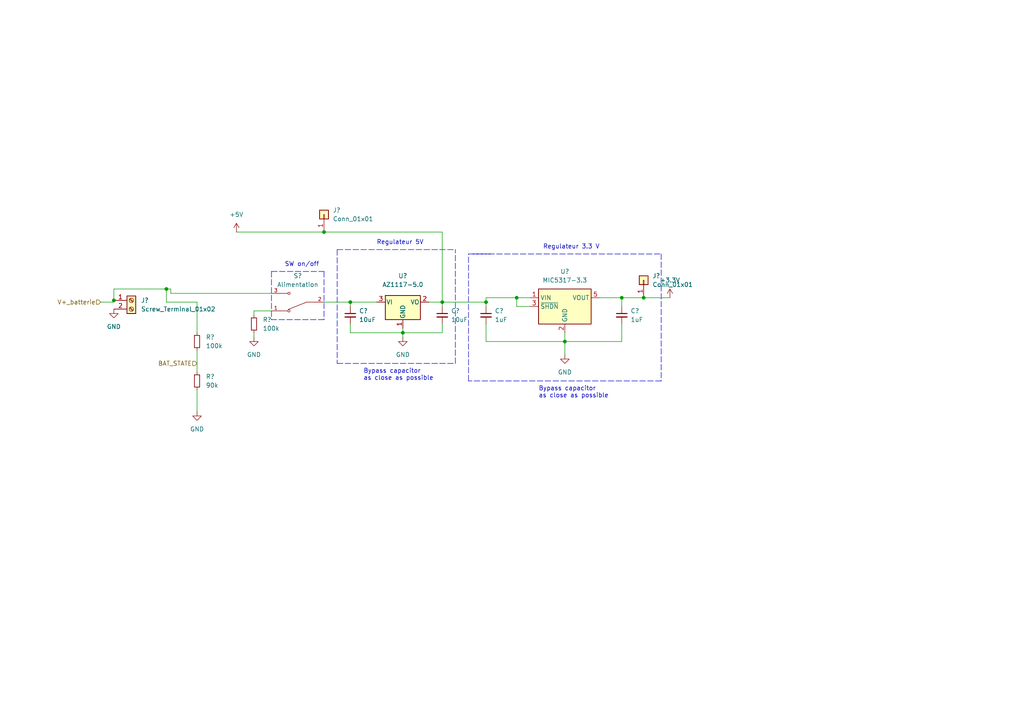
<source format=kicad_sch>
(kicad_sch (version 20211123) (generator eeschema)
  (paper "A4")
  (lib_symbols
    (symbol "Connector:Screw_Terminal_01x02" (pin_names (offset 1.016) hide)
      (property "Reference" "J" (at 0 2.54 0))
      (property "Value" "Screw_Terminal_01x02" (at 0 -5.08 0))
      (symbol "Screw_Terminal_01x02_1_1"
        (rectangle (start -1.27 1.27) (end 1.27 -3.81) (stroke (width 0.254)) (fill (type background)))
        (circle (center 0 -2.54) (radius 0.635) (stroke (width 0.1524)))
        (polyline (pts (xy -0.5334 -2.2098) (xy 0.3302 -3.048)) (stroke (width 0.1524)))
        (polyline (pts (xy -0.5334 0.3302) (xy 0.3302 -0.508)) (stroke (width 0.1524)))
        (polyline (pts (xy -0.3556 -2.032) (xy 0.508 -2.8702)) (stroke (width 0.1524)))
        (polyline (pts (xy -0.3556 0.508) (xy 0.508 -0.3302)) (stroke (width 0.1524)))
        (circle (center 0 0) (radius 0.635) (stroke (width 0.1524)))
        (pin passive line (at -5.08 0 0) (length 3.81) (name "Pin_1") (number "1"))
        (pin passive line (at -5.08 -2.54 0) (length 3.81) (name "Pin_2") (number "2"))
      )
    )
    (symbol "Connector_Generic:Conn_01x01" (pin_names (offset 1.016) hide)
      (property "Reference" "J" (at 0 2.54 0))
      (property "Value" "Conn_01x01" (at 0 -2.54 0))
      (symbol "Conn_01x01_1_1"
        (rectangle (start -1.27 0.127) (end 0 -0.127) (stroke (width 0.1524)))
        (rectangle (start -1.27 1.27) (end 1.27 -1.27) (stroke (width 0.254)) (fill (type background)))
        (pin passive line (at -5.08 0 0) (length 3.81) (name "Pin_1") (number "1"))
      )
    )
    (symbol "Device:C_Small" (pin_numbers hide) (pin_names (offset 0.254) hide)
      (property "Reference" "C" (at 0.254 1.778 0))
      (property "Value" "C_Small" (at 0.254 -2.032 0))
      (symbol "C_Small_0_1"
        (polyline (pts (xy -1.524 -0.508) (xy 1.524 -0.508)) (stroke (width 0.3302)))
        (polyline (pts (xy -1.524 0.508) (xy 1.524 0.508)) (stroke (width 0.3048)))
      )
      (symbol "C_Small_1_1"
        (pin passive line (at 0 2.54 270) (length 2.032) (name "~") (number "1"))
        (pin passive line (at 0 -2.54 90) (length 2.032) (name "~") (number "2"))
      )
    )
    (symbol "Device:R_Small" (pin_numbers hide) (pin_names (offset 0.254) hide)
      (property "Reference" "R" (at 0.762 0.508 0))
      (property "Value" "R_Small" (at 0.762 -1.016 0))
      (symbol "R_Small_0_1"
        (rectangle (start -0.762 1.778) (end 0.762 -1.778) (stroke (width 0.2032)))
      )
      (symbol "R_Small_1_1"
        (pin passive line (at 0 2.54 270) (length 0.762) (name "~") (number "1"))
        (pin passive line (at 0 -2.54 90) (length 0.762) (name "~") (number "2"))
      )
    )
    (symbol "Regulator_Linear:AZ1117-5.0" (pin_names (offset 0.254))
      (property "Reference" "U" (at -3.81 3.175 0))
      (property "Value" "AZ1117-5.0" (at 0 3.175 0))
      (symbol "AZ1117-5.0_0_1"
        (rectangle (start -5.08 1.905) (end 5.08 -5.08) (stroke (width 0.254)) (fill (type background)))
      )
      (symbol "AZ1117-5.0_1_1"
        (pin power_in line (at 0 -7.62 90) (length 2.54) (name "GND") (number "1"))
        (pin power_out line (at 7.62 0 180) (length 2.54) (name "VO") (number "2"))
        (pin power_in line (at -7.62 0 0) (length 2.54) (name "VI") (number "3"))
      )
    )
    (symbol "Regulator_Linear:MCP1802x-xx02xOT"
      (property "Reference" "U" (at -6.35 6.35 0))
      (property "Value" "MCP1802x-xx02xOT" (at 0 6.35 0))
      (symbol "MCP1802x-xx02xOT_0_1"
        (rectangle (start -7.62 5.08) (end 7.62 -5.08) (stroke (width 0.254)) (fill (type background)))
      )
      (symbol "MCP1802x-xx02xOT_1_1"
        (pin power_in line (at -10.16 2.54 0) (length 2.54) (name "VIN") (number "1"))
        (pin power_in line (at 0 -7.62 90) (length 2.54) (name "GND") (number "2"))
        (pin input line (at -10.16 0 0) (length 2.54) (name "~{SHDN}") (number "3"))
        (pin no_connect line (at 7.62 0 180) (length 2.54) hide (name "NC") (number "4"))
        (pin power_out line (at 10.16 2.54 180) (length 2.54) (name "VOUT") (number "5"))
      )
    )
    (symbol "SWITCH_PRO:100SP1T1B4M2QE" (pin_names (offset 1.016) hide)
      (property "Reference" "S" (at -2.54 5.08 0))
      (property "Value" "100SP1T1B4M2QE" (at -2.54 -5.08 0))
      (symbol "100SP1T1B4M2QE_0_0"
        (polyline (pts (xy -2.54 0) (xy -5.08 0)) (stroke (width 0.1524)))
        (polyline (pts (xy -2.54 0) (xy 2.794 2.1336)) (stroke (width 0.1524)))
        (polyline (pts (xy 5.08 -2.54) (xy 2.921 -2.54)) (stroke (width 0.1524)))
        (polyline (pts (xy 5.08 2.54) (xy 2.921 2.54)) (stroke (width 0.1524)))
        (circle (center 2.54 -2.54) (radius 0.3302) (stroke (width 0.1524)))
        (circle (center 2.54 2.54) (radius 0.3302) (stroke (width 0.1524)))
        (pin passive line (at 7.62 2.54 180) (length 2.54) (name "~") (number "1"))
        (pin passive line (at -7.62 0 0) (length 2.54) (name "~") (number "2"))
        (pin passive line (at 7.62 -2.54 180) (length 2.54) (name "~") (number "3"))
      )
    )
    (symbol "power:+3.3V" (power) (pin_names (offset 0))
      (property "Value" "+3.3V" (at 0 3.556 0))
      (symbol "+3.3V_0_1"
        (polyline (pts (xy -0.762 1.27) (xy 0 2.54)))
        (polyline (pts (xy 0 0) (xy 0 2.54)))
        (polyline (pts (xy 0 2.54) (xy 0.762 1.27)))
      )
      (symbol "+3.3V_1_1"
        (pin power_in line (at 0 0 90) (length 0) hide (name "+3.3V") (number "1"))
      )
    )
    (symbol "power:+5V" (power) (pin_names (offset 0))
      (property "Value" "+5V" (at 0 3.556 0))
      (symbol "+5V_0_1"
        (polyline (pts (xy -0.762 1.27) (xy 0 2.54)))
        (polyline (pts (xy 0 0) (xy 0 2.54)))
        (polyline (pts (xy 0 2.54) (xy 0.762 1.27)))
      )
      (symbol "+5V_1_1"
        (pin power_in line (at 0 0 90) (length 0) hide (name "+5V") (number "1"))
      )
    )
    (symbol "power:GND" (power) (pin_names (offset 0))
      (property "Value" "GND" (at 0 -3.81 0))
      (symbol "GND_0_1"
        (polyline (pts (xy 0 0) (xy 0 -1.27) (xy 1.27 -1.27) (xy 0 -2.54) (xy -1.27 -1.27) (xy 0 -1.27)))
      )
      (symbol "GND_1_1"
        (pin power_in line (at 0 0 270) (length 0) hide (name "GND") (number "1"))
      )
    )
  )
  (junction (at 128.27 87.63))
  (junction (at 163.83 99.06))
  (junction (at 48.26 83.82))
  (junction (at 33.02 87.122))
  (junction (at 93.98 67.31))
  (junction (at 186.69 86.36))
  (junction (at 140.97 87.63))
  (junction (at 101.6 87.63))
  (junction (at 116.84 96.52))
  (junction (at 180.34 86.36))
  (junction (at 149.86 86.36))
  (wire (pts (xy 128.27 67.31) (xy 93.98 67.31)))
  (wire (pts (xy 149.86 86.36) (xy 149.86 88.9)))
  (wire (pts (xy 49.53 85.09) (xy 78.74 85.09)))
  (polyline (pts (xy 135.89 110.49) (xy 135.89 73.66)))
  (wire (pts (xy 48.26 83.82) (xy 33.02 83.82)))
  (wire (pts (xy 163.83 99.06) (xy 180.34 99.06)))
  (polyline (pts (xy 138.43 73.66) (xy 142.24 73.66)))
  (wire (pts (xy 57.15 87.63) (xy 48.26 87.63)))
  (wire (pts (xy 128.27 87.63) (xy 140.97 87.63)))
  (wire (pts (xy 149.86 86.36) (xy 140.97 86.36)))
  (polyline (pts (xy 191.77 110.49) (xy 135.89 110.49)))
  (wire (pts (xy 57.15 101.6) (xy 57.15 107.95)))
  (wire (pts (xy 180.34 93.98) (xy 180.34 99.06)))
  (wire (pts (xy 73.66 90.17) (xy 78.74 90.17)))
  (wire (pts (xy 73.66 90.17) (xy 73.66 91.44)))
  (wire (pts (xy 33.02 87.122) (xy 33.02 87.63)))
  (wire (pts (xy 116.84 95.25) (xy 116.84 96.52)))
  (polyline (pts (xy 93.98 92.71) (xy 78.74 92.71)))
  (polyline (pts (xy 78.74 78.74) (xy 93.98 78.74)))
  (polyline (pts (xy 78.74 78.74) (xy 78.74 92.71)))
  (wire (pts (xy 173.99 86.36) (xy 180.34 86.36)))
  (wire (pts (xy 140.97 93.98) (xy 140.97 99.06)))
  (polyline (pts (xy 93.98 78.74) (xy 93.98 92.71)))
  (wire (pts (xy 163.83 99.06) (xy 163.83 102.87)))
  (wire (pts (xy 57.15 87.63) (xy 57.15 96.52)))
  (wire (pts (xy 49.53 83.82) (xy 48.26 83.82)))
  (wire (pts (xy 180.34 86.36) (xy 180.34 88.9)))
  (polyline (pts (xy 137.16 73.66) (xy 191.77 73.66)))
  (polyline (pts (xy 97.79 105.41) (xy 132.08 105.41)))
  (wire (pts (xy 140.97 99.06) (xy 163.83 99.06)))
  (wire (pts (xy 29.21 87.63) (xy 33.02 87.63)))
  (wire (pts (xy 128.27 96.52) (xy 128.27 93.98)))
  (polyline (pts (xy 132.08 105.41) (xy 132.08 72.39)))
  (polyline (pts (xy 97.79 72.39) (xy 97.79 105.41)))
  (wire (pts (xy 180.34 86.36) (xy 186.69 86.36)))
  (wire (pts (xy 101.6 96.52) (xy 101.6 93.98)))
  (polyline (pts (xy 97.79 72.39) (xy 132.08 72.39)))
  (wire (pts (xy 116.84 96.52) (xy 128.27 96.52)))
  (wire (pts (xy 128.27 87.63) (xy 128.27 88.9)))
  (wire (pts (xy 49.53 85.09) (xy 49.53 83.82)))
  (wire (pts (xy 186.69 86.36) (xy 194.31 86.36)))
  (wire (pts (xy 73.66 96.52) (xy 73.66 97.79)))
  (wire (pts (xy 140.97 86.36) (xy 140.97 87.63)))
  (wire (pts (xy 163.83 96.52) (xy 163.83 99.06)))
  (wire (pts (xy 116.84 96.52) (xy 116.84 97.79)))
  (wire (pts (xy 128.27 87.63) (xy 128.27 67.31)))
  (wire (pts (xy 93.98 87.63) (xy 101.6 87.63)))
  (wire (pts (xy 93.98 67.31) (xy 68.58 67.31)))
  (wire (pts (xy 153.67 86.36) (xy 149.86 86.36)))
  (polyline (pts (xy 191.77 73.66) (xy 191.77 110.49)))
  (polyline (pts (xy 135.89 73.66) (xy 138.43 73.66)))
  (wire (pts (xy 33.02 83.82) (xy 33.02 87.122)))
  (wire (pts (xy 116.84 96.52) (xy 101.6 96.52)))
  (wire (pts (xy 140.97 87.63) (xy 140.97 88.9)))
  (wire (pts (xy 48.26 87.63) (xy 48.26 83.82)))
  (wire (pts (xy 57.15 113.03) (xy 57.15 119.38)))
  (wire (pts (xy 124.46 87.63) (xy 128.27 87.63)))
  (wire (pts (xy 101.6 87.63) (xy 101.6 88.9)))
  (wire (pts (xy 109.22 87.63) (xy 101.6 87.63)))
  (wire (pts (xy 153.67 88.9) (xy 149.86 88.9)))
  (text "Regulateur 3.3 V" (at 157.48 72.39 0) (effects (font (size 1.27 1.27)) (justify left bottom)))
  (text "Bypass capacitor\nas close as possible\n" (at 105.41 110.49 0) (effects (font (size 1.27 1.27)) (justify left bottom)))
  (text "Regulateur 5V" (at 109.22 71.12 0) (effects (font (size 1.27 1.27)) (justify left bottom)))
  (text "SW on/off" (at 82.55 77.47 0) (effects (font (size 1.27 1.27)) (justify left bottom)))
  (text "Bypass capacitor\nas close as possible\n" (at 156.21 115.57 0) (effects (font (size 1.27 1.27)) (justify left bottom)))
  (hierarchical_label "V+_batterie" (shape input) (at 29.21 87.63 180))
  (hierarchical_label "BAT_STATE" (shape input) (at 57.15 105.41 180))
  (symbol (lib_id "SWITCH_PRO:100SP1T1B4M2QE") (at 86.36 87.63 180) (unit 1)
    (property "Reference" "S?" (at 86.36 80.01 0))
    (property "Value" "Alimentation" (at 86.36 82.55 0))
    (property "Footprint" "SWITCH_PRO:SW_100SP1T1B4M2QE" (effects hide))
    (property "MAXIMUM_PACKAGE_HEIGHT" "29.68 mm" (effects hide))
    (property "STANDARD" "Manufacturer Recommendations" (effects hide))
    (property "MANUFACTURER" "E-Switch" (effects hide))
    (property "PARTREV" "E" (effects hide))
  )
  (symbol (lib_id "Regulator_Linear:MCP1802x-xx02xOT") (at 163.83 88.9 0) (unit 1)
    (property "Reference" "U?" (at 163.83 78.74 0))
    (property "Value" "MIC5317-3.3" (at 163.83 81.28 0))
    (property "Footprint" "Package_TO_SOT_SMD:SOT-23-5" (effects hide))
    (property "Datasheet" "http://ww1.microchip.com/downloads/en/DeviceDoc/22053C.pdf" (effects hide))
  )
  (symbol (lib_id "power:+3.3V") (at 194.31 86.36 0) (unit 1)
    (property "Reference" "#PWR?" (effects hide))
    (property "Value" "+3.3V" (at 194.31 81.28 0))
  )
  (symbol (lib_id "power:GND") (at 73.66 97.79 0) (unit 1)
    (property "Reference" "#PWR?" (effects hide))
    (property "Value" "GND" (at 73.66 102.87 0))
  )
  (symbol (lib_id "Device:C_Small") (at 128.27 91.44 0) (unit 1)
    (property "Reference" "C?" (at 130.81 90.1762 0) (effects (justify left)))
    (property "Value" "10uF" (at 130.81 92.7162 0) (effects (justify left)))
    (property "Footprint" "Capacitor_SMD:C_0603_1608Metric_Pad1.08x0.95mm_HandSolder" (effects hide))
  )
  (symbol (lib_id "power:GND") (at 33.02 89.662 0) (unit 1)
    (property "Reference" "#PWR?" (effects hide))
    (property "Value" "GND" (at 33.02 94.742 0))
  )
  (symbol (lib_id "Device:C_Small") (at 101.6 91.44 0) (unit 1)
    (property "Reference" "C?" (at 104.14 90.1762 0) (effects (justify left)))
    (property "Value" "10uF" (at 104.14 92.7162 0) (effects (justify left)))
    (property "Footprint" "Capacitor_SMD:C_0603_1608Metric_Pad1.08x0.95mm_HandSolder" (effects hide))
  )
  (symbol (lib_id "Device:R_Small") (at 57.15 99.06 180) (unit 1)
    (property "Reference" "R?" (at 59.69 97.7899 0) (effects (justify right)))
    (property "Value" "100k" (at 59.69 100.3299 0) (effects (justify right)))
    (property "Footprint" "Resistor_SMD:R_0603_1608Metric_Pad0.98x0.95mm_HandSolder" (effects hide))
  )
  (symbol (lib_id "Regulator_Linear:AZ1117-5.0") (at 116.84 87.63 0) (unit 1)
    (property "Reference" "U?" (at 116.84 80.01 0))
    (property "Value" "AZ1117-5.0" (at 116.84 82.55 0))
    (property "Footprint" "Package_TO_SOT_SMD:SOT-223-3_TabPin2" (effects hide))
    (property "Datasheet" "https://www.diodes.com/assets/Datasheets/AZ1117.pdf" (effects hide))
  )
  (symbol (lib_id "Connector_Generic:Conn_01x01") (at 93.98 62.23 90) (unit 1)
    (property "Reference" "J?" (at 96.52 60.9599 90) (effects (justify right)))
    (property "Value" "Conn_01x01" (at 96.52 63.4999 90) (effects (justify right)))
  )
  (symbol (lib_id "power:GND") (at 57.15 119.38 0) (unit 1)
    (property "Reference" "#PWR?" (effects hide))
    (property "Value" "GND" (at 57.15 124.46 0))
  )
  (symbol (lib_id "power:+5V") (at 68.58 67.31 0) (unit 1)
    (property "Reference" "#PWR?" (effects hide))
    (property "Value" "+5V" (at 68.58 62.23 0))
  )
  (symbol (lib_id "Device:R_Small") (at 73.66 93.98 180) (unit 1)
    (property "Reference" "R?" (at 76.2 92.7099 0) (effects (justify right)))
    (property "Value" "100k" (at 76.2 95.2499 0) (effects (justify right)))
    (property "Footprint" "Resistor_SMD:R_0603_1608Metric_Pad0.98x0.95mm_HandSolder" (effects hide))
  )
  (symbol (lib_id "power:GND") (at 163.83 102.87 0) (unit 1)
    (property "Reference" "#PWR?" (effects hide))
    (property "Value" "GND" (at 163.83 107.95 0))
  )
  (symbol (lib_id "Connector:Screw_Terminal_01x02") (at 38.1 87.122 0) (unit 1)
    (property "Reference" "J?" (at 40.894 87.1219 0) (effects (justify left)))
    (property "Value" "Screw_Terminal_01x02" (at 40.894 89.6619 0) (effects (justify left)))
  )
  (symbol (lib_id "Device:R_Small") (at 57.15 110.49 180) (unit 1)
    (property "Reference" "R?" (at 59.69 109.2199 0) (effects (justify right)))
    (property "Value" "90k" (at 59.69 111.7599 0) (effects (justify right)))
    (property "Footprint" "Resistor_SMD:R_0603_1608Metric_Pad0.98x0.95mm_HandSolder" (effects hide))
  )
  (symbol (lib_id "Device:C_Small") (at 180.34 91.44 0) (unit 1)
    (property "Reference" "C?" (at 182.88 90.1762 0) (effects (justify left)))
    (property "Value" "1uF" (at 182.88 92.7162 0) (effects (justify left)))
    (property "Footprint" "Capacitor_SMD:C_0603_1608Metric_Pad1.08x0.95mm_HandSolder" (effects hide))
  )
  (symbol (lib_id "Device:C_Small") (at 140.97 91.44 0) (unit 1)
    (property "Reference" "C?" (at 143.51 90.1762 0) (effects (justify left)))
    (property "Value" "1uF" (at 143.51 92.7162 0) (effects (justify left)))
    (property "Footprint" "Capacitor_SMD:C_0603_1608Metric_Pad1.08x0.95mm_HandSolder" (effects hide))
  )
  (symbol (lib_id "power:GND") (at 116.84 97.79 0) (unit 1)
    (property "Reference" "#PWR?" (effects hide))
    (property "Value" "GND" (at 116.84 102.87 0))
  )
  (symbol (lib_id "Connector_Generic:Conn_01x01") (at 186.69 81.28 90) (unit 1)
    (property "Reference" "J?" (at 189.23 80.0099 90) (effects (justify right)))
    (property "Value" "Conn_01x01" (at 189.23 82.5499 90) (effects (justify right)))
  )
)
</source>
